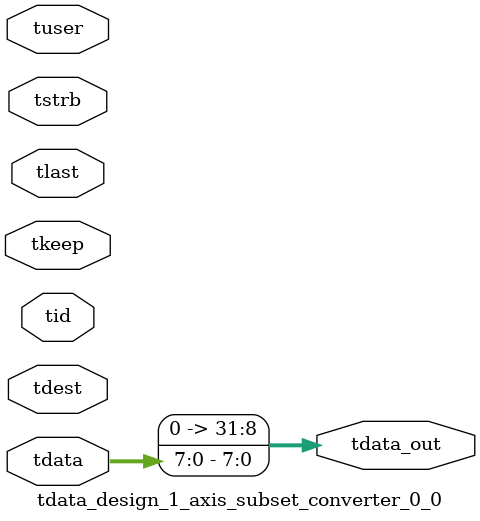
<source format=v>


`timescale 1ps/1ps

module tdata_design_1_axis_subset_converter_0_0 #
(
parameter C_S_AXIS_TDATA_WIDTH = 32,
parameter C_S_AXIS_TUSER_WIDTH = 0,
parameter C_S_AXIS_TID_WIDTH   = 0,
parameter C_S_AXIS_TDEST_WIDTH = 0,
parameter C_M_AXIS_TDATA_WIDTH = 32
)
(
input  [(C_S_AXIS_TDATA_WIDTH == 0 ? 1 : C_S_AXIS_TDATA_WIDTH)-1:0     ] tdata,
input  [(C_S_AXIS_TUSER_WIDTH == 0 ? 1 : C_S_AXIS_TUSER_WIDTH)-1:0     ] tuser,
input  [(C_S_AXIS_TID_WIDTH   == 0 ? 1 : C_S_AXIS_TID_WIDTH)-1:0       ] tid,
input  [(C_S_AXIS_TDEST_WIDTH == 0 ? 1 : C_S_AXIS_TDEST_WIDTH)-1:0     ] tdest,
input  [(C_S_AXIS_TDATA_WIDTH/8)-1:0 ] tkeep,
input  [(C_S_AXIS_TDATA_WIDTH/8)-1:0 ] tstrb,
input                                                                    tlast,
output [C_M_AXIS_TDATA_WIDTH-1:0] tdata_out
);

assign tdata_out = {tdata[7:0]};

endmodule


</source>
